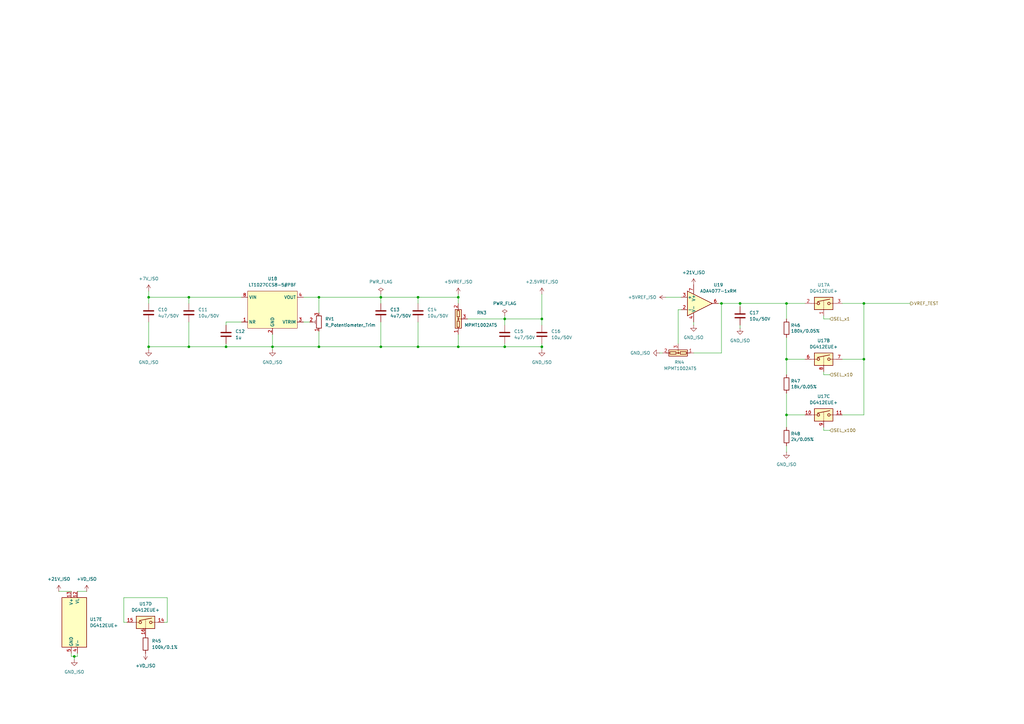
<source format=kicad_sch>
(kicad_sch (version 20250114) (generator "eeschema") (generator_version "9.0")
  (paper "A3")
  (lib_symbols
    (symbol "Amplifier_Operational:ADA4077-1xRM" (pin_names (offset 0.127))
      (property "Reference" "U" (at 0 6.35 0))
      (property "Value" "ADA4077-1xRM" (at 0 3.81 0))
      (symbol "ADA4077-1xRM_0_1"
        (polyline (pts (xy -5.08 5.08) (xy 5.08 0) (xy -5.08 -5.08) (xy -5.08 5.08)) (stroke (width 0.254)) (fill (type background)))
      )
      (symbol "ADA4077-1xRM_1_1"
        (pin input line (at -7.62 2.54 0) (length 2.54) (name "+") (number "3"))
        (pin input line (at -7.62 -2.54 0) (length 2.54) (name "-") (number "2"))
        (pin power_in line (at -2.54 7.62 270) (length 3.81) (name "V+") (number "7"))
        (pin no_connect line (at -2.54 2.54 270) (length 2.54) (hide yes) (name "NC") (number "1"))
        (pin power_in line (at -2.54 -7.62 90) (length 3.81) (name "V-") (number "4"))
        (pin no_connect line (at 0 2.54 270) (length 2.54) (hide yes) (name "NC") (number "5"))
        (pin no_connect line (at 0 -2.54 90) (length 2.54) (hide yes) (name "NC") (number "8"))
        (pin output line (at 7.62 0 180) (length 2.54) (name "~") (number "6"))
      )
    )
    (symbol "Analog_Switch:DG412xUE" (pin_names (offset 0.254))
      (property "Reference" "U" (at -3.175 5.334 0))
      (property "Value" "DG412xUE" (at -3.175 3.556 0))
      (symbol "DG412xUE_1_1"
        (polyline (pts (xy -5.08 0) (xy -2.794 0)))
        (rectangle (start -3.81 2.54) (end 3.81 -2.54) (stroke (width 0.254)) (fill (type background)))
        (polyline (pts (xy -2.54 0.762) (xy 2.54 1.778)) (stroke (width 0.254)))
        (circle (center -2.159 0) (radius 0.508) (stroke (width 0.254)))
        (polyline (pts (xy 0 0.762) (xy 0 1.016)))
        (polyline (pts (xy 0 0.254) (xy 0 0.508)))
        (polyline (pts (xy 0 -0.254) (xy 0 0)))
        (polyline (pts (xy 0 -0.762) (xy 0 -0.508)))
        (polyline (pts (xy 0 -1.27) (xy 0 -1.016)))
        (polyline (pts (xy 0 -1.778) (xy 0 -1.524)))
        (polyline (pts (xy 0 -2.54) (xy 0 -2.032)))
        (circle (center 2.159 0) (radius 0.508) (stroke (width 0.254)))
        (polyline (pts (xy 5.08 0) (xy 2.794 0)))
        (pin passive line (at -7.62 0 0) (length 2.54) (name "~") (number "2"))
        (pin input line (at 0 -5.08 90) (length 2.54) (name "~") (number "1"))
        (pin passive line (at 7.62 0 180) (length 2.54) (name "~") (number "3"))
      )
      (symbol "DG412xUE_2_1"
        (polyline (pts (xy -5.08 0) (xy -2.794 0)))
        (rectangle (start -3.81 2.54) (end 3.81 -2.54) (stroke (width 0.254)) (fill (type background)))
        (polyline (pts (xy -2.54 0.762) (xy 2.54 1.778)) (stroke (width 0.254)))
        (circle (center -2.159 0) (radius 0.508) (stroke (width 0.254)))
        (polyline (pts (xy 0 0.762) (xy 0 1.016)))
        (polyline (pts (xy 0 0.254) (xy 0 0.508)))
        (polyline (pts (xy 0 -0.254) (xy 0 0)))
        (polyline (pts (xy 0 -0.762) (xy 0 -0.508)))
        (polyline (pts (xy 0 -1.27) (xy 0 -1.016)))
        (polyline (pts (xy 0 -1.778) (xy 0 -1.524)))
        (polyline (pts (xy 0 -2.54) (xy 0 -2.032)))
        (circle (center 2.159 0) (radius 0.508) (stroke (width 0.254)))
        (polyline (pts (xy 5.08 0) (xy 2.794 0)))
        (pin passive line (at -7.62 0 0) (length 2.54) (name "~") (number "6"))
        (pin input line (at 0 -5.08 90) (length 2.54) (name "~") (number "8"))
        (pin passive line (at 7.62 0 180) (length 2.54) (name "~") (number "7"))
      )
      (symbol "DG412xUE_3_1"
        (polyline (pts (xy -5.08 0) (xy -2.794 0)))
        (rectangle (start -3.81 2.54) (end 3.81 -2.54) (stroke (width 0.254)) (fill (type background)))
        (polyline (pts (xy -2.54 0.762) (xy 2.54 1.778)) (stroke (width 0.254)))
        (circle (center -2.159 0) (radius 0.508) (stroke (width 0.254)))
        (polyline (pts (xy 0 0.762) (xy 0 1.016)))
        (polyline (pts (xy 0 0.254) (xy 0 0.508)))
        (polyline (pts (xy 0 -0.254) (xy 0 0)))
        (polyline (pts (xy 0 -0.762) (xy 0 -0.508)))
        (polyline (pts (xy 0 -1.27) (xy 0 -1.016)))
        (polyline (pts (xy 0 -1.778) (xy 0 -1.524)))
        (polyline (pts (xy 0 -2.54) (xy 0 -2.032)))
        (circle (center 2.159 0) (radius 0.508) (stroke (width 0.254)))
        (polyline (pts (xy 5.08 0) (xy 2.794 0)))
        (pin passive line (at -7.62 0 0) (length 2.54) (name "~") (number "10"))
        (pin input line (at 0 -5.08 90) (length 2.54) (name "~") (number "9"))
        (pin passive line (at 7.62 0 180) (length 2.54) (name "~") (number "11"))
      )
      (symbol "DG412xUE_4_1"
        (polyline (pts (xy -5.08 0) (xy -2.794 0)))
        (rectangle (start -3.81 2.54) (end 3.81 -2.54) (stroke (width 0.254)) (fill (type background)))
        (polyline (pts (xy -2.54 0.762) (xy 2.54 1.778)) (stroke (width 0.254)))
        (circle (center -2.159 0) (radius 0.508) (stroke (width 0.254)))
        (polyline (pts (xy 0 0.762) (xy 0 1.016)))
        (polyline (pts (xy 0 0.254) (xy 0 0.508)))
        (polyline (pts (xy 0 -0.254) (xy 0 0)))
        (polyline (pts (xy 0 -0.762) (xy 0 -0.508)))
        (polyline (pts (xy 0 -1.27) (xy 0 -1.016)))
        (polyline (pts (xy 0 -1.778) (xy 0 -1.524)))
        (polyline (pts (xy 0 -2.54) (xy 0 -2.032)))
        (circle (center 2.159 0) (radius 0.508) (stroke (width 0.254)))
        (polyline (pts (xy 5.08 0) (xy 2.794 0)))
        (pin passive line (at -7.62 0 0) (length 2.54) (name "~") (number "15"))
        (pin input line (at 0 -5.08 90) (length 2.54) (name "~") (number "16"))
        (pin passive line (at 7.62 0 180) (length 2.54) (name "~") (number "14"))
      )
      (symbol "DG412xUE_5_0"
        (pin power_in line (at 0 12.7 270) (length 2.54) (name "V+") (number "13"))
        (pin power_in line (at 0 -12.7 90) (length 2.54) (name "GND") (number "5"))
        (pin power_in line (at 2.54 12.7 270) (length 2.54) (name "VL") (number "12"))
        (pin power_in line (at 2.54 -12.7 90) (length 2.54) (name "V-") (number "4"))
      )
      (symbol "DG412xUE_5_1"
        (rectangle (start -3.81 10.16) (end 6.35 -10.16) (stroke (width 0.254)) (fill (type background)))
      )
    )
    (symbol "Device:C" (pin_numbers (hide yes)) (pin_names (offset 0.254))
      (property "Reference" "C" (at 0.635 2.54 0))
      (property "Value" "C" (at 0.635 -2.54 0))
      (symbol "C_0_1"
        (polyline (pts (xy -2.032 0.762) (xy 2.032 0.762)) (stroke (width 0.508)))
        (polyline (pts (xy -2.032 -0.762) (xy 2.032 -0.762)) (stroke (width 0.508)))
      )
      (symbol "C_1_1"
        (pin passive line (at 0 3.81 270) (length 2.794) (name "~") (number "1"))
        (pin passive line (at 0 -3.81 90) (length 2.794) (name "~") (number "2"))
      )
    )
    (symbol "Device:R" (pin_numbers (hide yes)) (pin_names (offset 0))
      (property "Reference" "R" (at 2.032 0 90))
      (property "Value" "R" (at 0 0 90))
      (symbol "R_0_1"
        (rectangle (start -1.016 -2.54) (end 1.016 2.54) (stroke (width 0.254)))
      )
      (symbol "R_1_1"
        (pin passive line (at 0 3.81 270) (length 1.27) (name "~") (number "1"))
        (pin passive line (at 0 -3.81 90) (length 1.27) (name "~") (number "2"))
      )
    )
    (symbol "Device:R_Potentiometer_Trim" (pin_names (offset 1.016) (hide yes))
      (property "Reference" "RV" (at -4.445 0 90))
      (property "Value" "R_Potentiometer_Trim" (at -2.54 0 90))
      (symbol "R_Potentiometer_Trim_0_1"
        (rectangle (start 1.016 2.54) (end -1.016 -2.54) (stroke (width 0.254)))
        (polyline (pts (xy 1.524 0.762) (xy 1.524 -0.762)))
        (polyline (pts (xy 2.54 0) (xy 1.524 0)))
      )
      (symbol "R_Potentiometer_Trim_1_1"
        (pin passive line (at 0 3.81 270) (length 1.27) (name "1") (number "1"))
        (pin passive line (at 0 -3.81 90) (length 1.27) (name "3") (number "3"))
        (pin passive line (at 3.81 0 180) (length 1.27) (name "2") (number "2"))
      )
    )
    (symbol "Device:VoltageDivider_CenterPin3" (pin_names (offset 0) (hide yes))
      (property "Reference" "RN" (at -4.445 0 90))
      (property "Value" "VoltageDivider_CenterPin3" (at -2.54 0 90))
      (symbol "VoltageDivider_CenterPin3_0_1"
        (rectangle (start -1.27 -3.81) (end 1.27 3.81) (stroke (width 0.254)) (fill (type background)))
        (rectangle (start -0.508 3.3782) (end 0.508 0.8382) (stroke (width 0.254)))
        (rectangle (start -0.508 -3.3782) (end 0.508 -0.8382) (stroke (width 0.254)))
        (polyline (pts (xy 0 5.08) (xy 0 3.3782)))
        (polyline (pts (xy 0 0.889) (xy 0 -0.889)))
        (circle (center 0 0.0254) (radius 0.254) (fill (type outline)))
        (polyline (pts (xy 0 -5.08) (xy 0 -3.429)))
        (polyline (pts (xy 1.27 0) (xy 0 0)))
      )
      (symbol "VoltageDivider_CenterPin3_1_1"
        (pin passive line (at 0 6.35 270) (length 2.54) (name "~") (number "1"))
        (pin passive line (at 0 -6.35 90) (length 2.54) (name "~") (number "2"))
        (pin passive line (at 3.81 0 180) (length 2.54) (name "~") (number "3"))
      )
    )
    (symbol "ETH1CVOLT_A:+21V_ISO" (power) (pin_numbers (hide yes)) (pin_names (offset 0) (hide yes))
      (property "Value" "+21V_ISO" (at 0 3.556 0))
      (symbol "+21V_ISO_0_1"
        (polyline (pts (xy -0.762 1.27) (xy 0 2.54)))
        (polyline (pts (xy 0 2.54) (xy 0.762 1.27)))
        (polyline (pts (xy 0 0) (xy 0 2.54)))
      )
      (symbol "+21V_ISO_1_1"
        (pin power_in line (at 0 0 90) (length 0) (name "~") (number "1"))
      )
    )
    (symbol "ETH1CVOLT_A:+7V_ISO" (power) (pin_numbers (hide yes)) (pin_names (offset 0) (hide yes))
      (property "Value" "+7V_ISO" (at 0 3.556 0))
      (symbol "+7V_ISO_0_1"
        (polyline (pts (xy -0.762 1.27) (xy 0 2.54)))
        (polyline (pts (xy 0 2.54) (xy 0.762 1.27)))
        (polyline (pts (xy 0 0) (xy 0 2.54)))
      )
      (symbol "+7V_ISO_1_1"
        (pin power_in line (at 0 0 90) (length 0) (name "~") (number "1"))
      )
    )
    (symbol "ETH1CVOLT_A:+VD_ISO" (power) (pin_numbers (hide yes)) (pin_names (offset 0) (hide yes))
      (property "Value" "+VD_ISO" (at 0 3.556 0))
      (symbol "+VD_ISO_0_1"
        (polyline (pts (xy -0.762 1.27) (xy 0 2.54)))
        (polyline (pts (xy 0 2.54) (xy 0.762 1.27)))
        (polyline (pts (xy 0 0) (xy 0 2.54)))
      )
      (symbol "+VD_ISO_1_1"
        (pin power_in line (at 0 0 90) (length 0) (name "~") (number "1"))
      )
    )
    (symbol "ETH1CVOLT_A:GND_ISO" (power) (pin_numbers (hide yes)) (pin_names (offset 0) (hide yes))
      (property "Value" "GND_ISO" (at 0 -3.81 0))
      (symbol "GND_ISO_0_1"
        (polyline (pts (xy 0 0) (xy 0 -1.27) (xy 1.27 -1.27) (xy 0 -2.54) (xy -1.27 -1.27) (xy 0 -1.27)))
      )
      (symbol "GND_ISO_1_1"
        (pin power_in line (at 0 0 270) (length 0) (name "~") (number "1"))
      )
    )
    (symbol "ETH1CVOLT_B:+2.5VREF_ISO" (power) (pin_numbers (hide yes)) (pin_names (offset 0) (hide yes))
      (property "Value" "+2.5VREF_ISO" (at 0 3.556 0))
      (symbol "+2.5VREF_ISO_0_1"
        (polyline (pts (xy -0.762 1.27) (xy 0 2.54)))
        (polyline (pts (xy 0 2.54) (xy 0.762 1.27)))
        (polyline (pts (xy 0 0) (xy 0 2.54)))
      )
      (symbol "+2.5VREF_ISO_1_1"
        (pin power_in line (at 0 0 90) (length 0) (name "~") (number "1"))
      )
    )
    (symbol "ETH1CVOLT_B:+5VREF_ISO" (power) (pin_numbers (hide yes)) (pin_names (offset 0) (hide yes))
      (property "Value" "+5VREF_ISO" (at 0 3.556 0))
      (symbol "+5VREF_ISO_0_1"
        (polyline (pts (xy -0.762 1.27) (xy 0 2.54)))
        (polyline (pts (xy 0 2.54) (xy 0.762 1.27)))
        (polyline (pts (xy 0 0) (xy 0 2.54)))
      )
      (symbol "+5VREF_ISO_1_1"
        (pin power_in line (at 0 0 90) (length 0) (name "~") (number "1"))
      )
    )
    (symbol "ETH1CVOLT_B:LT1027CCS8-5#PBF"
      (property "Reference" "U" (at 0 11.43 0))
      (property "Value" "LT1027CCS8-5#PBF" (at 0 8.636 0))
      (symbol "LT1027CCS8-5#PBF_0_0"
        (pin power_in line (at -12.7 5.08 0) (length 2.54) (name "VIN") (number "8"))
        (pin no_connect line (at -12.7 2.54 0) (length 2.54) (hide yes) (name "NC") (number "6"))
        (pin no_connect line (at -12.7 0 0) (length 2.54) (hide yes) (name "NC") (number "7"))
        (pin no_connect line (at -12.7 -2.54 0) (length 2.54) (hide yes) (name "NC") (number "5"))
        (pin input line (at -12.7 -5.08 0) (length 2.54) (name "NR") (number "1"))
        (pin passive line (at 0 -10.16 90) (length 2.54) (name "GND") (number "2"))
        (pin output line (at 12.7 5.08 180) (length 2.54) (name "VOUT") (number "4"))
        (pin input line (at 12.7 -5.08 180) (length 2.54) (name "VTRIM") (number "3"))
      )
      (symbol "LT1027CCS8-5#PBF_0_1"
        (rectangle (start -10.16 7.62) (end 10.16 -7.62) (fill (type color) (color 255 255 194 1)))
      )
    )
    (symbol "power:PWR_FLAG" (power) (pin_numbers (hide yes)) (pin_names (offset 0) (hide yes))
      (property "Value" "PWR_FLAG" (at 0 3.81 0))
      (symbol "PWR_FLAG_0_0"
        (pin power_out line (at 0 0 90) (length 0) (name "~") (number "1"))
      )
      (symbol "PWR_FLAG_0_1"
        (polyline (pts (xy 0 0) (xy 0 1.27) (xy -1.016 1.905) (xy 0 2.54) (xy 1.016 1.905) (xy 0 1.27)))
      )
    )
  )
  (junction (at 77.47 142.24))
  (junction (at 92.71 142.24))
  (junction (at 156.21 121.92))
  (junction (at 222.25 142.24))
  (junction (at 171.45 121.92))
  (junction (at 30.48 269.24))
  (junction (at 171.45 142.24))
  (junction (at 156.21 142.24))
  (junction (at 322.58 147.32))
  (junction (at 207.01 130.81))
  (junction (at 322.58 170.18))
  (junction (at 130.81 121.92))
  (junction (at 111.76 142.24))
  (junction (at 60.96 142.24))
  (junction (at 187.96 121.92))
  (junction (at 77.47 121.92))
  (junction (at 60.96 121.92))
  (junction (at 295.91 124.46))
  (junction (at 130.81 142.24))
  (junction (at 303.53 124.46))
  (junction (at 222.25 130.81))
  (junction (at 207.01 142.24))
  (junction (at 354.33 147.32))
  (junction (at 187.96 142.24))
  (junction (at 322.58 124.46))
  (junction (at 354.33 124.46))
  (wire (pts (xy 322.58 138.43) (xy 322.58 147.32)))
  (wire (pts (xy 207.01 142.24) (xy 222.25 142.24)))
  (wire (pts (xy 322.58 147.32) (xy 330.2 147.32)))
  (wire (pts (xy 156.21 121.92) (xy 171.45 121.92)))
  (wire (pts (xy 30.48 269.24) (xy 31.75 269.24)))
  (wire (pts (xy 337.82 129.54) (xy 337.82 130.81)))
  (wire (pts (xy 60.96 124.46) (xy 60.96 121.92)))
  (wire (pts (xy 273.05 121.92) (xy 279.4 121.92)))
  (wire (pts (xy 31.75 242.57) (xy 35.56 242.57)))
  (wire (pts (xy 222.25 120.65) (xy 222.25 130.81)))
  (wire (pts (xy 322.58 147.32) (xy 322.58 153.67)))
  (wire (pts (xy 322.58 170.18) (xy 330.2 170.18)))
  (wire (pts (xy 345.44 124.46) (xy 354.33 124.46)))
  (wire (pts (xy 207.01 130.81) (xy 207.01 133.35)))
  (wire (pts (xy 345.44 147.32) (xy 354.33 147.32)))
  (wire (pts (xy 322.58 124.46) (xy 322.58 130.81)))
  (wire (pts (xy 52.07 255.27) (xy 50.8 255.27)))
  (wire (pts (xy 187.96 121.92) (xy 187.96 124.46)))
  (wire (pts (xy 278.13 127) (xy 278.13 140.97)))
  (wire (pts (xy 295.91 124.46) (xy 294.64 124.46)))
  (wire (pts (xy 130.81 121.92) (xy 156.21 121.92)))
  (wire (pts (xy 303.53 124.46) (xy 303.53 125.73)))
  (wire (pts (xy 295.91 124.46) (xy 303.53 124.46)))
  (wire (pts (xy 322.58 170.18) (xy 322.58 175.26)))
  (wire (pts (xy 191.77 130.81) (xy 207.01 130.81)))
  (wire (pts (xy 171.45 132.08) (xy 171.45 142.24)))
  (wire (pts (xy 77.47 121.92) (xy 77.47 124.46)))
  (wire (pts (xy 187.96 137.16) (xy 187.96 142.24)))
  (wire (pts (xy 284.48 144.78) (xy 295.91 144.78)))
  (wire (pts (xy 340.36 176.53) (xy 337.82 176.53)))
  (wire (pts (xy 207.01 130.81) (xy 222.25 130.81)))
  (wire (pts (xy 50.8 255.27) (xy 50.8 245.11)))
  (wire (pts (xy 270.51 144.78) (xy 271.78 144.78)))
  (wire (pts (xy 68.58 255.27) (xy 67.31 255.27)))
  (wire (pts (xy 354.33 147.32) (xy 354.33 124.46)))
  (wire (pts (xy 303.53 124.46) (xy 322.58 124.46)))
  (wire (pts (xy 130.81 135.89) (xy 130.81 142.24)))
  (wire (pts (xy 187.96 142.24) (xy 207.01 142.24)))
  (wire (pts (xy 187.96 121.92) (xy 171.45 121.92)))
  (wire (pts (xy 340.36 153.67) (xy 337.82 153.67)))
  (wire (pts (xy 68.58 245.11) (xy 68.58 255.27)))
  (wire (pts (xy 222.25 142.24) (xy 222.25 143.51)))
  (wire (pts (xy 92.71 133.35) (xy 92.71 132.08)))
  (wire (pts (xy 124.46 132.08) (xy 127 132.08)))
  (wire (pts (xy 303.53 133.35) (xy 303.53 134.62)))
  (wire (pts (xy 77.47 121.92) (xy 99.06 121.92)))
  (wire (pts (xy 77.47 142.24) (xy 77.47 132.08)))
  (wire (pts (xy 130.81 121.92) (xy 130.81 128.27)))
  (wire (pts (xy 222.25 142.24) (xy 222.25 140.97)))
  (wire (pts (xy 187.96 142.24) (xy 171.45 142.24)))
  (wire (pts (xy 156.21 121.92) (xy 156.21 124.46)))
  (wire (pts (xy 60.96 119.38) (xy 60.96 121.92)))
  (wire (pts (xy 24.13 242.57) (xy 29.21 242.57)))
  (wire (pts (xy 92.71 132.08) (xy 99.06 132.08)))
  (wire (pts (xy 284.48 132.08) (xy 284.48 133.35)))
  (wire (pts (xy 124.46 121.92) (xy 130.81 121.92)))
  (wire (pts (xy 29.21 267.97) (xy 29.21 269.24)))
  (wire (pts (xy 354.33 170.18) (xy 354.33 147.32)))
  (wire (pts (xy 322.58 161.29) (xy 322.58 170.18)))
  (wire (pts (xy 60.96 142.24) (xy 60.96 132.08)))
  (wire (pts (xy 345.44 170.18) (xy 354.33 170.18)))
  (wire (pts (xy 31.75 267.97) (xy 31.75 269.24)))
  (wire (pts (xy 340.36 130.81) (xy 337.82 130.81)))
  (wire (pts (xy 50.8 245.11) (xy 68.58 245.11)))
  (wire (pts (xy 207.01 129.54) (xy 207.01 130.81)))
  (wire (pts (xy 29.21 269.24) (xy 30.48 269.24)))
  (wire (pts (xy 92.71 142.24) (xy 111.76 142.24)))
  (wire (pts (xy 354.33 124.46) (xy 373.38 124.46)))
  (wire (pts (xy 156.21 132.08) (xy 156.21 142.24)))
  (wire (pts (xy 322.58 182.88) (xy 322.58 185.42)))
  (wire (pts (xy 156.21 142.24) (xy 171.45 142.24)))
  (wire (pts (xy 130.81 142.24) (xy 156.21 142.24)))
  (wire (pts (xy 337.82 175.26) (xy 337.82 176.53)))
  (wire (pts (xy 60.96 121.92) (xy 77.47 121.92)))
  (wire (pts (xy 77.47 142.24) (xy 92.71 142.24)))
  (wire (pts (xy 60.96 142.24) (xy 60.96 143.51)))
  (wire (pts (xy 111.76 137.16) (xy 111.76 142.24)))
  (wire (pts (xy 279.4 127) (xy 278.13 127)))
  (wire (pts (xy 322.58 124.46) (xy 330.2 124.46)))
  (wire (pts (xy 171.45 121.92) (xy 171.45 124.46)))
  (wire (pts (xy 295.91 144.78) (xy 295.91 124.46)))
  (wire (pts (xy 337.82 152.4) (xy 337.82 153.67)))
  (wire (pts (xy 207.01 140.97) (xy 207.01 142.24)))
  (wire (pts (xy 187.96 120.65) (xy 187.96 121.92)))
  (wire (pts (xy 156.21 120.65) (xy 156.21 121.92)))
  (wire (pts (xy 60.96 142.24) (xy 77.47 142.24)))
  (wire (pts (xy 111.76 142.24) (xy 130.81 142.24)))
  (wire (pts (xy 222.25 130.81) (xy 222.25 133.35)))
  (wire (pts (xy 30.48 269.24) (xy 30.48 270.51)))
  (wire (pts (xy 111.76 142.24) (xy 111.76 143.51)))
  (wire (pts (xy 92.71 140.97) (xy 92.71 142.24)))
  (hierarchical_label "SEL_x10" (shape input) (at 340.36 153.67 0))
  (hierarchical_label "VREF_TEST" (shape output) (at 373.38 124.46 0))
  (hierarchical_label "SEL_x1" (shape input) (at 340.36 130.81 0))
  (hierarchical_label "SEL_x100" (shape input) (at 340.36 176.53 0))
  (symbol (lib_id "Device:C") (at 171.45 128.27 0) (unit 1)
    (property "Reference" "C14" (at 175.26 126.9999 0) (effects (justify left)))
    (property "Value" "10u/50V" (at 175.26 129.5399 0) (effects (justify left)))
    (property "Footprint" "Capacitor_SMD:C_1210_3225Metric_Pad1.33x2.70mm_HandSolder" (effects (hide yes)))
    (property "Description" "Unpolarized capacitor" (effects (hide yes)))
  )
  (symbol (lib_id "Device:R_Potentiometer_Trim") (at 130.81 132.08 180) (unit 1)
    (property "Reference" "RV1" (at 133.35 130.8099 0) (effects (justify right)))
    (property "Value" "R_Potentiometer_Trim" (at 133.35 133.3499 0) (effects (justify right)))
    (property "Description" "Trim-potentiometer" (effects (hide yes)))
  )
  (symbol (lib_id "Device:VoltageDivider_CenterPin3") (at 187.96 130.81 0) (mirror x) (unit 1)
    (property "Reference" "RN3" (at 195.58 128.27 0) (effects (justify left)))
    (property "Value" "MPMT1002AT5" (at 190.5 133.35 0) (effects (justify left)))
    (property "Footprint" "Package_TO_SOT_SMD:SOT-23" (effects (hide yes)))
    (property "Description" "Voltage divider, center on pin 3" (effects (hide yes)))
  )
  (symbol (lib_id "ETH1CVOLT_B:+5VREF_ISO") (at 273.05 121.92 90) (unit 1)
    (property "Reference" "#PWR097" (effects (hide yes)))
    (property "Value" "+5VREF_ISO" (at 269.24 121.9199 90) (effects (justify left)))
    (property "Description" "Power symbol" (effects (hide yes)))
  )
  (symbol (lib_id "Device:R") (at 322.58 134.62 0) (unit 1)
    (property "Reference" "R46" (at 324.358 133.4516 0) (effects (justify left)))
    (property "Value" "180k/0.05%" (at 324.358 135.763 0) (effects (justify left)))
    (property "Footprint" "Resistor_SMD:R_0603_1608Metric_Pad0.98x0.95mm_HandSolder" (effects (hide yes)))
  )
  (symbol (lib_id "Device:C") (at 60.96 128.27 0) (unit 1)
    (property "Reference" "C10" (at 64.77 126.9999 0) (effects (justify left)))
    (property "Value" "4u7/50V" (at 64.77 129.5399 0) (effects (justify left)))
    (property "Footprint" "Capacitor_SMD:C_1210_3225Metric_Pad1.33x2.70mm_HandSolder" (effects (hide yes)))
    (property "Description" "Unpolarized capacitor" (effects (hide yes)))
  )
  (symbol (lib_id "ETH1CVOLT_A:GND_ISO") (at 222.25 143.51 0) (unit 1)
    (property "Reference" "#PWR095" (effects (hide yes)))
    (property "Value" "GND_ISO" (at 222.25 148.59 0))
    (property "Description" "Power symbol creates a global label with name \"GND\" , ground" (effects (hide yes)))
  )
  (symbol (lib_id "Analog_Switch:DG412xUE") (at 29.21 255.27 0) (unit 5)
    (property "Reference" "U17" (at 36.83 253.9999 0) (effects (justify left)))
    (property "Value" "DG412EUE+" (at 36.83 256.5399 0) (effects (justify left)))
    (property "Footprint" "Package_SO:TSSOP-16_4.4x5mm_P0.65mm" (effects (hide yes)))
    (property "Datasheet" "https://datasheets.maximintegrated.com/en/ds/DG411-DG413.pdf" (effects (hide yes)))
    (property "Description" "Quad SPST Monolithic CMOS Analog Switches, normally OFF, 17Ohm Ron, TSSOP-16" (effects (hide yes)))
  )
  (symbol (lib_id "Device:R") (at 59.69 264.16 180) (unit 1)
    (property "Reference" "R45" (at 62.23 262.8899 0) (effects (justify right)))
    (property "Value" "100k/0.1%" (at 62.23 265.4299 0) (effects (justify right)))
    (property "Footprint" "Resistor_SMD:R_0603_1608Metric_Pad0.98x0.95mm_HandSolder" (effects (hide yes)))
    (property "Description" "Resistor" (effects (hide yes)))
  )
  (symbol (lib_id "ETH1CVOLT_A:+VD_ISO") (at 35.56 242.57 0) (unit 1)
    (property "Reference" "#PWR088" (effects (hide yes)))
    (property "Value" "+VD_ISO" (at 35.56 237.49 0))
    (property "Description" "Power symbol" (effects (hide yes)))
  )
  (symbol (lib_id "Device:C") (at 77.47 128.27 0) (unit 1)
    (property "Reference" "C11" (at 81.28 126.9999 0) (effects (justify left)))
    (property "Value" "10u/50V" (at 81.28 129.5399 0) (effects (justify left)))
    (property "Footprint" "Capacitor_SMD:C_1210_3225Metric_Pad1.33x2.70mm_HandSolder" (effects (hide yes)))
    (property "Description" "Unpolarized capacitor" (effects (hide yes)))
  )
  (symbol (lib_id "Analog_Switch:DG412xUE") (at 337.82 170.18 0) (unit 3)
    (property "Reference" "U17" (at 337.82 162.56 0))
    (property "Value" "DG412EUE+" (at 337.82 165.1 0))
    (property "Footprint" "Package_SO:TSSOP-16_4.4x5mm_P0.65mm" (effects (hide yes)))
    (property "Datasheet" "https://datasheets.maximintegrated.com/en/ds/DG411-DG413.pdf" (effects (hide yes)))
    (property "Description" "Quad SPST Monolithic CMOS Analog Switches, normally OFF, 17Ohm Ron, TSSOP-16" (effects (hide yes)))
  )
  (symbol (lib_id "ETH1CVOLT_B:+2.5VREF_ISO") (at 222.25 120.65 0) (unit 1)
    (property "Reference" "#PWR094" (effects (hide yes)))
    (property "Value" "+2.5VREF_ISO" (at 222.25 115.57 0))
    (property "Description" "Power symbol" (effects (hide yes)))
  )
  (symbol (lib_id "Device:R") (at 322.58 157.48 0) (unit 1)
    (property "Reference" "R47" (at 324.358 156.3116 0) (effects (justify left)))
    (property "Value" "18k/0.05%" (at 324.358 158.623 0) (effects (justify left)))
    (property "Footprint" "Resistor_SMD:R_0603_1608Metric_Pad0.98x0.95mm_HandSolder" (effects (hide yes)))
  )
  (symbol (lib_id "ETH1CVOLT_B:LT1027CCS8-5#PBF") (at 111.76 127 0) (unit 1)
    (property "Reference" "U18" (at 111.76 114.3 0))
    (property "Value" "LT1027CCS8-5#PBF" (at 111.76 116.84 0))
    (property "Footprint" "Package_SO:SOIC-8_3.9x4.9mm_P1.27mm" (effects (hide yes)))
    (property "Datasheet" "https://www.analog.com/media/en/technical-documentation/data-sheets/1027fcs.pdf" (effects (hide yes)))
    (property "Description" "High-Precision Voltage Reference" (effects (hide yes)))
  )
  (symbol (lib_id "power:PWR_FLAG") (at 156.21 120.65 0) (unit 1)
    (property "Reference" "#FLG01" (effects (hide yes)))
    (property "Value" "PWR_FLAG" (at 156.21 115.57 0))
    (property "Description" "Special symbol for telling ERC where power comes from" (effects (hide yes)))
  )
  (symbol (lib_id "Analog_Switch:DG412xUE") (at 337.82 124.46 0) (unit 1)
    (property "Reference" "U17" (at 337.82 116.84 0))
    (property "Value" "DG412EUE+" (at 337.82 119.38 0))
    (property "Footprint" "Package_SO:TSSOP-16_4.4x5mm_P0.65mm" (effects (hide yes)))
    (property "Datasheet" "https://datasheets.maximintegrated.com/en/ds/DG411-DG413.pdf" (effects (hide yes)))
    (property "Description" "Quad SPST Monolithic CMOS Analog Switches, normally OFF, 17Ohm Ron, TSSOP-16" (effects (hide yes)))
  )
  (symbol (lib_id "ETH1CVOLT_A:GND_ISO") (at 111.76 143.51 0) (unit 1)
    (property "Reference" "#PWR092" (effects (hide yes)))
    (property "Value" "GND_ISO" (at 111.76 148.59 0))
    (property "Description" "Power symbol creates a global label with name \"GND\" , ground" (effects (hide yes)))
  )
  (symbol (lib_id "power:PWR_FLAG") (at 207.01 129.54 0) (unit 1)
    (property "Reference" "#FLG02" (effects (hide yes)))
    (property "Value" "PWR_FLAG" (at 207.01 124.46 0))
    (property "Description" "Special symbol for telling ERC where power comes from" (effects (hide yes)))
  )
  (symbol (lib_id "ETH1CVOLT_A:GND_ISO") (at 60.96 143.51 0) (unit 1)
    (property "Reference" "#PWR091" (effects (hide yes)))
    (property "Value" "GND_ISO" (at 60.96 148.59 0))
    (property "Description" "Power symbol creates a global label with name \"GND\" , ground" (effects (hide yes)))
  )
  (symbol (lib_id "ETH1CVOLT_B:+5VREF_ISO") (at 187.96 120.65 0) (unit 1)
    (property "Reference" "#PWR093" (effects (hide yes)))
    (property "Value" "+5VREF_ISO" (at 187.96 115.57 0))
    (property "Description" "Power symbol" (effects (hide yes)))
  )
  (symbol (lib_id "ETH1CVOLT_A:GND_ISO") (at 303.53 134.62 0) (unit 1)
    (property "Reference" "#PWR0100" (effects (hide yes)))
    (property "Value" "GND_ISO" (at 303.53 139.7 0))
    (property "Description" "Power symbol creates a global label with name \"GND\" , ground" (effects (hide yes)))
  )
  (symbol (lib_id "ETH1CVOLT_A:+21V_ISO") (at 284.48 116.84 0) (mirror y) (unit 1)
    (property "Reference" "#PWR098" (effects (hide yes)))
    (property "Value" "+21V_ISO" (at 284.48 111.76 0))
    (property "Description" "Power symbol" (effects (hide yes)))
  )
  (symbol (lib_id "Analog_Switch:DG412xUE") (at 337.82 147.32 0) (unit 2)
    (property "Reference" "U17" (at 337.82 139.7 0))
    (property "Value" "DG412EUE+" (at 337.82 142.24 0))
    (property "Footprint" "Package_SO:TSSOP-16_4.4x5mm_P0.65mm" (effects (hide yes)))
    (property "Datasheet" "https://datasheets.maximintegrated.com/en/ds/DG411-DG413.pdf" (effects (hide yes)))
    (property "Description" "Quad SPST Monolithic CMOS Analog Switches, normally OFF, 17Ohm Ron, TSSOP-16" (effects (hide yes)))
  )
  (symbol (lib_id "Device:C") (at 156.21 128.27 0) (unit 1)
    (property "Reference" "C13" (at 160.02 126.9999 0) (effects (justify left)))
    (property "Value" "4u7/50V" (at 160.02 129.5399 0) (effects (justify left)))
    (property "Footprint" "Capacitor_SMD:C_1210_3225Metric_Pad1.33x2.70mm_HandSolder" (effects (hide yes)))
    (property "Description" "Unpolarized capacitor" (effects (hide yes)))
  )
  (symbol (lib_id "ETH1CVOLT_A:GND_ISO") (at 284.48 133.35 0) (unit 1)
    (property "Reference" "#PWR099" (effects (hide yes)))
    (property "Value" "GND_ISO" (at 284.48 138.43 0))
    (property "Description" "Power symbol creates a global label with name \"GND\" , ground" (effects (hide yes)))
  )
  (symbol (lib_id "ETH1CVOLT_A:+VD_ISO") (at 59.69 267.97 180) (unit 1)
    (property "Reference" "#PWR089" (effects (hide yes)))
    (property "Value" "+VD_ISO" (at 59.69 273.05 0))
    (property "Description" "Power symbol" (effects (hide yes)))
  )
  (symbol (lib_id "Device:VoltageDivider_CenterPin3") (at 278.13 144.78 270) (mirror x) (unit 1)
    (property "Reference" "RN4" (at 280.67 148.59 90) (effects (justify right)))
    (property "Value" "MPMT1002AT5" (at 285.75 151.13 90) (effects (justify right)))
    (property "Footprint" "Package_TO_SOT_SMD:SOT-23" (effects (hide yes)))
    (property "Description" "Voltage divider, center on pin 3" (effects (hide yes)))
  )
  (symbol (lib_id "Device:C") (at 207.01 137.16 0) (unit 1)
    (property "Reference" "C15" (at 210.82 135.8899 0) (effects (justify left)))
    (property "Value" "4u7/50V" (at 210.82 138.4299 0) (effects (justify left)))
    (property "Footprint" "Capacitor_SMD:C_1210_3225Metric_Pad1.33x2.70mm_HandSolder" (effects (hide yes)))
    (property "Description" "Unpolarized capacitor" (effects (hide yes)))
  )
  (symbol (lib_id "Device:R") (at 322.58 179.07 0) (unit 1)
    (property "Reference" "R48" (at 324.358 177.9016 0) (effects (justify left)))
    (property "Value" "2k/0.05%" (at 324.358 180.213 0) (effects (justify left)))
    (property "Footprint" "Resistor_SMD:R_0603_1608Metric_Pad0.98x0.95mm_HandSolder" (effects (hide yes)))
  )
  (symbol (lib_id "ETH1CVOLT_A:GND_ISO") (at 322.58 185.42 0) (unit 1)
    (property "Reference" "#PWR0101" (effects (hide yes)))
    (property "Value" "GND_ISO" (at 322.58 190.5 0))
    (property "Description" "Power symbol creates a global label with name \"GND\" , ground" (effects (hide yes)))
  )
  (symbol (lib_id "Analog_Switch:DG412xUE") (at 59.69 255.27 0) (unit 4)
    (property "Reference" "U17" (at 59.69 247.65 0))
    (property "Value" "DG412EUE+" (at 59.69 250.19 0))
    (property "Footprint" "Package_SO:TSSOP-16_4.4x5mm_P0.65mm" (effects (hide yes)))
    (property "Datasheet" "https://datasheets.maximintegrated.com/en/ds/DG411-DG413.pdf" (effects (hide yes)))
    (property "Description" "Quad SPST Monolithic CMOS Analog Switches, normally OFF, 17Ohm Ron, TSSOP-16" (effects (hide yes)))
  )
  (symbol (lib_id "Device:C") (at 303.53 129.54 0) (unit 1)
    (property "Reference" "C17" (at 307.34 128.2699 0) (effects (justify left)))
    (property "Value" "10u/50V" (at 307.34 130.8099 0) (effects (justify left)))
    (property "Footprint" "Capacitor_SMD:C_1210_3225Metric_Pad1.33x2.70mm_HandSolder" (effects (hide yes)))
    (property "Description" "Unpolarized capacitor" (effects (hide yes)))
  )
  (symbol (lib_id "Device:C") (at 222.25 137.16 0) (unit 1)
    (property "Reference" "C16" (at 226.06 135.8899 0) (effects (justify left)))
    (property "Value" "10u/50V" (at 226.06 138.4299 0) (effects (justify left)))
    (property "Footprint" "Capacitor_SMD:C_1210_3225Metric_Pad1.33x2.70mm_HandSolder" (effects (hide yes)))
    (property "Description" "Unpolarized capacitor" (effects (hide yes)))
  )
  (symbol (lib_id "Amplifier_Operational:ADA4077-1xRM") (at 287.02 124.46 0) (unit 1)
    (property "Reference" "U19" (at 294.64 116.84 0))
    (property "Value" "ADA4077-1xRM" (at 294.64 119.38 0))
    (property "Footprint" "Package_SO:MSOP-8_3x3mm_P0.65mm" (effects (hide yes)))
    (property "Datasheet" "https://www.analog.com/media/en/technical-documentation/data-sheets/ADA4077-1_4077-2_4077-4.pdf" (effects (hide yes)))
    (property "Description" "4MHz, 7nV/sqrtHz, Low Offset and Drift, High Precision Amplifier, MSOP-8" (effects (hide yes)))
  )
  (symbol (lib_id "Device:C") (at 92.71 137.16 0) (unit 1)
    (property "Reference" "C12" (at 96.52 135.8899 0) (effects (justify left)))
    (property "Value" "1u" (at 96.52 138.4299 0) (effects (justify left)))
    (property "Footprint" "Capacitor_SMD:C_0603_1608Metric_Pad1.08x0.95mm_HandSolder" (effects (hide yes)))
    (property "Description" "Unpolarized capacitor" (effects (hide yes)))
  )
  (symbol (lib_id "ETH1CVOLT_A:GND_ISO") (at 270.51 144.78 270) (unit 1)
    (property "Reference" "#PWR096" (effects (hide yes)))
    (property "Value" "GND_ISO" (at 266.7 144.7799 90) (effects (justify right)))
    (property "Description" "Power symbol creates a global label with name \"GND\" , ground" (effects (hide yes)))
  )
  (symbol (lib_id "ETH1CVOLT_A:+7V_ISO") (at 60.96 119.38 0) (unit 1)
    (property "Reference" "#PWR090" (effects (hide yes)))
    (property "Value" "+7V_ISO" (at 60.96 114.3 0))
    (property "Description" "Power symbol" (effects (hide yes)))
  )
  (symbol (lib_id "ETH1CVOLT_A:GND_ISO") (at 30.48 270.51 0) (unit 1)
    (property "Reference" "#PWR087" (effects (hide yes)))
    (property "Value" "GND_ISO" (at 30.48 275.59 0))
    (property "Description" "Power symbol creates a global label with name \"GND\" , ground" (effects (hide yes)))
  )
  (symbol (lib_id "ETH1CVOLT_A:+21V_ISO") (at 24.13 242.57 0) (mirror y) (unit 1)
    (property "Reference" "#PWR086" (effects (hide yes)))
    (property "Value" "+21V_ISO" (at 24.13 237.49 0))
    (property "Description" "Power symbol" (effects (hide yes)))
  )
)
</source>
